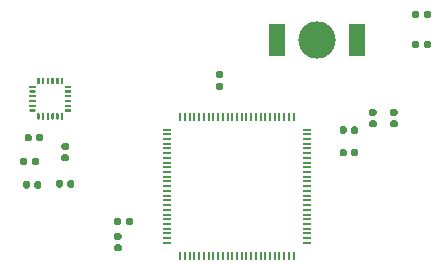
<source format=gtp>
%TF.GenerationSoftware,KiCad,Pcbnew,(5.1.6)-1*%
%TF.CreationDate,2021-04-15T17:49:08-07:00*%
%TF.ProjectId,scum3c-devboard,7363756d-3363-42d6-9465-76626f617264,rev?*%
%TF.SameCoordinates,Original*%
%TF.FileFunction,Paste,Top*%
%TF.FilePolarity,Positive*%
%FSLAX46Y46*%
G04 Gerber Fmt 4.6, Leading zero omitted, Abs format (unit mm)*
G04 Created by KiCad (PCBNEW (5.1.6)-1) date 2021-04-15 17:49:08*
%MOMM*%
%LPD*%
G01*
G04 APERTURE LIST*
%ADD10R,1.397000X2.794000*%
%ADD11C,3.175000*%
%ADD12O,0.800000X0.200000*%
%ADD13O,0.200000X0.800000*%
G04 APERTURE END LIST*
D10*
%TO.C,BT1*%
X127444500Y-78105000D03*
X134175500Y-78105000D03*
D11*
X130810000Y-78105000D03*
%TD*%
%TO.C,C1*%
G36*
G01*
X114235000Y-93272500D02*
X114235000Y-93617500D01*
G75*
G02*
X114087500Y-93765000I-147500J0D01*
G01*
X113792500Y-93765000D01*
G75*
G02*
X113645000Y-93617500I0J147500D01*
G01*
X113645000Y-93272500D01*
G75*
G02*
X113792500Y-93125000I147500J0D01*
G01*
X114087500Y-93125000D01*
G75*
G02*
X114235000Y-93272500I0J-147500D01*
G01*
G37*
G36*
G01*
X115205000Y-93272500D02*
X115205000Y-93617500D01*
G75*
G02*
X115057500Y-93765000I-147500J0D01*
G01*
X114762500Y-93765000D01*
G75*
G02*
X114615000Y-93617500I0J147500D01*
G01*
X114615000Y-93272500D01*
G75*
G02*
X114762500Y-93125000I147500J0D01*
G01*
X115057500Y-93125000D01*
G75*
G02*
X115205000Y-93272500I0J-147500D01*
G01*
G37*
%TD*%
%TO.C,U9AB1*%
G36*
G01*
X107275000Y-81830000D02*
X107175000Y-81830000D01*
G75*
G02*
X107125000Y-81780000I0J50000D01*
G01*
X107125000Y-81330000D01*
G75*
G02*
X107175000Y-81280000I50000J0D01*
G01*
X107275000Y-81280000D01*
G75*
G02*
X107325000Y-81330000I0J-50000D01*
G01*
X107325000Y-81780000D01*
G75*
G02*
X107275000Y-81830000I-50000J0D01*
G01*
G37*
G36*
G01*
X107675000Y-81830000D02*
X107575000Y-81830000D01*
G75*
G02*
X107525000Y-81780000I0J50000D01*
G01*
X107525000Y-81330000D01*
G75*
G02*
X107575000Y-81280000I50000J0D01*
G01*
X107675000Y-81280000D01*
G75*
G02*
X107725000Y-81330000I0J-50000D01*
G01*
X107725000Y-81780000D01*
G75*
G02*
X107675000Y-81830000I-50000J0D01*
G01*
G37*
G36*
G01*
X108075000Y-81830000D02*
X107975000Y-81830000D01*
G75*
G02*
X107925000Y-81780000I0J50000D01*
G01*
X107925000Y-81330000D01*
G75*
G02*
X107975000Y-81280000I50000J0D01*
G01*
X108075000Y-81280000D01*
G75*
G02*
X108125000Y-81330000I0J-50000D01*
G01*
X108125000Y-81780000D01*
G75*
G02*
X108075000Y-81830000I-50000J0D01*
G01*
G37*
G36*
G01*
X108475000Y-81830000D02*
X108375000Y-81830000D01*
G75*
G02*
X108325000Y-81780000I0J50000D01*
G01*
X108325000Y-81330000D01*
G75*
G02*
X108375000Y-81280000I50000J0D01*
G01*
X108475000Y-81280000D01*
G75*
G02*
X108525000Y-81330000I0J-50000D01*
G01*
X108525000Y-81780000D01*
G75*
G02*
X108475000Y-81830000I-50000J0D01*
G01*
G37*
G36*
G01*
X108875000Y-81830000D02*
X108775000Y-81830000D01*
G75*
G02*
X108725000Y-81780000I0J50000D01*
G01*
X108725000Y-81330000D01*
G75*
G02*
X108775000Y-81280000I50000J0D01*
G01*
X108875000Y-81280000D01*
G75*
G02*
X108925000Y-81330000I0J-50000D01*
G01*
X108925000Y-81780000D01*
G75*
G02*
X108875000Y-81830000I-50000J0D01*
G01*
G37*
G36*
G01*
X109275000Y-81830000D02*
X109175000Y-81830000D01*
G75*
G02*
X109125000Y-81780000I0J50000D01*
G01*
X109125000Y-81330000D01*
G75*
G02*
X109175000Y-81280000I50000J0D01*
G01*
X109275000Y-81280000D01*
G75*
G02*
X109325000Y-81330000I0J-50000D01*
G01*
X109325000Y-81780000D01*
G75*
G02*
X109275000Y-81830000I-50000J0D01*
G01*
G37*
G36*
G01*
X109450000Y-82105000D02*
X109450000Y-82005000D01*
G75*
G02*
X109500000Y-81955000I50000J0D01*
G01*
X109950000Y-81955000D01*
G75*
G02*
X110000000Y-82005000I0J-50000D01*
G01*
X110000000Y-82105000D01*
G75*
G02*
X109950000Y-82155000I-50000J0D01*
G01*
X109500000Y-82155000D01*
G75*
G02*
X109450000Y-82105000I0J50000D01*
G01*
G37*
G36*
G01*
X109450000Y-82505000D02*
X109450000Y-82405000D01*
G75*
G02*
X109500000Y-82355000I50000J0D01*
G01*
X109950000Y-82355000D01*
G75*
G02*
X110000000Y-82405000I0J-50000D01*
G01*
X110000000Y-82505000D01*
G75*
G02*
X109950000Y-82555000I-50000J0D01*
G01*
X109500000Y-82555000D01*
G75*
G02*
X109450000Y-82505000I0J50000D01*
G01*
G37*
G36*
G01*
X109450000Y-82905000D02*
X109450000Y-82805000D01*
G75*
G02*
X109500000Y-82755000I50000J0D01*
G01*
X109950000Y-82755000D01*
G75*
G02*
X110000000Y-82805000I0J-50000D01*
G01*
X110000000Y-82905000D01*
G75*
G02*
X109950000Y-82955000I-50000J0D01*
G01*
X109500000Y-82955000D01*
G75*
G02*
X109450000Y-82905000I0J50000D01*
G01*
G37*
G36*
G01*
X109450000Y-83305000D02*
X109450000Y-83205000D01*
G75*
G02*
X109500000Y-83155000I50000J0D01*
G01*
X109950000Y-83155000D01*
G75*
G02*
X110000000Y-83205000I0J-50000D01*
G01*
X110000000Y-83305000D01*
G75*
G02*
X109950000Y-83355000I-50000J0D01*
G01*
X109500000Y-83355000D01*
G75*
G02*
X109450000Y-83305000I0J50000D01*
G01*
G37*
G36*
G01*
X109450000Y-83705000D02*
X109450000Y-83605000D01*
G75*
G02*
X109500000Y-83555000I50000J0D01*
G01*
X109950000Y-83555000D01*
G75*
G02*
X110000000Y-83605000I0J-50000D01*
G01*
X110000000Y-83705000D01*
G75*
G02*
X109950000Y-83755000I-50000J0D01*
G01*
X109500000Y-83755000D01*
G75*
G02*
X109450000Y-83705000I0J50000D01*
G01*
G37*
G36*
G01*
X109450000Y-84105000D02*
X109450000Y-84005000D01*
G75*
G02*
X109500000Y-83955000I50000J0D01*
G01*
X109950000Y-83955000D01*
G75*
G02*
X110000000Y-84005000I0J-50000D01*
G01*
X110000000Y-84105000D01*
G75*
G02*
X109950000Y-84155000I-50000J0D01*
G01*
X109500000Y-84155000D01*
G75*
G02*
X109450000Y-84105000I0J50000D01*
G01*
G37*
G36*
G01*
X109275000Y-84830000D02*
X109175000Y-84830000D01*
G75*
G02*
X109125000Y-84780000I0J50000D01*
G01*
X109125000Y-84330000D01*
G75*
G02*
X109175000Y-84280000I50000J0D01*
G01*
X109275000Y-84280000D01*
G75*
G02*
X109325000Y-84330000I0J-50000D01*
G01*
X109325000Y-84780000D01*
G75*
G02*
X109275000Y-84830000I-50000J0D01*
G01*
G37*
G36*
G01*
X108875000Y-84830000D02*
X108775000Y-84830000D01*
G75*
G02*
X108725000Y-84780000I0J50000D01*
G01*
X108725000Y-84330000D01*
G75*
G02*
X108775000Y-84280000I50000J0D01*
G01*
X108875000Y-84280000D01*
G75*
G02*
X108925000Y-84330000I0J-50000D01*
G01*
X108925000Y-84780000D01*
G75*
G02*
X108875000Y-84830000I-50000J0D01*
G01*
G37*
G36*
G01*
X108475000Y-84830000D02*
X108375000Y-84830000D01*
G75*
G02*
X108325000Y-84780000I0J50000D01*
G01*
X108325000Y-84330000D01*
G75*
G02*
X108375000Y-84280000I50000J0D01*
G01*
X108475000Y-84280000D01*
G75*
G02*
X108525000Y-84330000I0J-50000D01*
G01*
X108525000Y-84780000D01*
G75*
G02*
X108475000Y-84830000I-50000J0D01*
G01*
G37*
G36*
G01*
X108075000Y-84830000D02*
X107975000Y-84830000D01*
G75*
G02*
X107925000Y-84780000I0J50000D01*
G01*
X107925000Y-84330000D01*
G75*
G02*
X107975000Y-84280000I50000J0D01*
G01*
X108075000Y-84280000D01*
G75*
G02*
X108125000Y-84330000I0J-50000D01*
G01*
X108125000Y-84780000D01*
G75*
G02*
X108075000Y-84830000I-50000J0D01*
G01*
G37*
G36*
G01*
X107675000Y-84830000D02*
X107575000Y-84830000D01*
G75*
G02*
X107525000Y-84780000I0J50000D01*
G01*
X107525000Y-84330000D01*
G75*
G02*
X107575000Y-84280000I50000J0D01*
G01*
X107675000Y-84280000D01*
G75*
G02*
X107725000Y-84330000I0J-50000D01*
G01*
X107725000Y-84780000D01*
G75*
G02*
X107675000Y-84830000I-50000J0D01*
G01*
G37*
G36*
G01*
X107275000Y-84830000D02*
X107175000Y-84830000D01*
G75*
G02*
X107125000Y-84780000I0J50000D01*
G01*
X107125000Y-84330000D01*
G75*
G02*
X107175000Y-84280000I50000J0D01*
G01*
X107275000Y-84280000D01*
G75*
G02*
X107325000Y-84330000I0J-50000D01*
G01*
X107325000Y-84780000D01*
G75*
G02*
X107275000Y-84830000I-50000J0D01*
G01*
G37*
G36*
G01*
X106450000Y-84105000D02*
X106450000Y-84005000D01*
G75*
G02*
X106500000Y-83955000I50000J0D01*
G01*
X106950000Y-83955000D01*
G75*
G02*
X107000000Y-84005000I0J-50000D01*
G01*
X107000000Y-84105000D01*
G75*
G02*
X106950000Y-84155000I-50000J0D01*
G01*
X106500000Y-84155000D01*
G75*
G02*
X106450000Y-84105000I0J50000D01*
G01*
G37*
G36*
G01*
X106450000Y-83705000D02*
X106450000Y-83605000D01*
G75*
G02*
X106500000Y-83555000I50000J0D01*
G01*
X106950000Y-83555000D01*
G75*
G02*
X107000000Y-83605000I0J-50000D01*
G01*
X107000000Y-83705000D01*
G75*
G02*
X106950000Y-83755000I-50000J0D01*
G01*
X106500000Y-83755000D01*
G75*
G02*
X106450000Y-83705000I0J50000D01*
G01*
G37*
G36*
G01*
X106450000Y-83305000D02*
X106450000Y-83205000D01*
G75*
G02*
X106500000Y-83155000I50000J0D01*
G01*
X106950000Y-83155000D01*
G75*
G02*
X107000000Y-83205000I0J-50000D01*
G01*
X107000000Y-83305000D01*
G75*
G02*
X106950000Y-83355000I-50000J0D01*
G01*
X106500000Y-83355000D01*
G75*
G02*
X106450000Y-83305000I0J50000D01*
G01*
G37*
G36*
G01*
X106450000Y-82905000D02*
X106450000Y-82805000D01*
G75*
G02*
X106500000Y-82755000I50000J0D01*
G01*
X106950000Y-82755000D01*
G75*
G02*
X107000000Y-82805000I0J-50000D01*
G01*
X107000000Y-82905000D01*
G75*
G02*
X106950000Y-82955000I-50000J0D01*
G01*
X106500000Y-82955000D01*
G75*
G02*
X106450000Y-82905000I0J50000D01*
G01*
G37*
G36*
G01*
X106450000Y-82505000D02*
X106450000Y-82405000D01*
G75*
G02*
X106500000Y-82355000I50000J0D01*
G01*
X106950000Y-82355000D01*
G75*
G02*
X107000000Y-82405000I0J-50000D01*
G01*
X107000000Y-82505000D01*
G75*
G02*
X106950000Y-82555000I-50000J0D01*
G01*
X106500000Y-82555000D01*
G75*
G02*
X106450000Y-82505000I0J50000D01*
G01*
G37*
G36*
G01*
X106450000Y-82105000D02*
X106450000Y-82005000D01*
G75*
G02*
X106500000Y-81955000I50000J0D01*
G01*
X106950000Y-81955000D01*
G75*
G02*
X107000000Y-82005000I0J-50000D01*
G01*
X107000000Y-82105000D01*
G75*
G02*
X106950000Y-82155000I-50000J0D01*
G01*
X106500000Y-82155000D01*
G75*
G02*
X106450000Y-82105000I0J50000D01*
G01*
G37*
%TD*%
D12*
%TO.C,U8*%
X118133750Y-85668750D03*
X118133750Y-86068750D03*
X118133750Y-86468750D03*
X118133750Y-86868750D03*
X118133750Y-87268750D03*
X118133750Y-87668750D03*
X118133750Y-88068750D03*
X118133750Y-88468750D03*
X118133750Y-88868750D03*
X118133750Y-89268750D03*
X118133750Y-89668750D03*
X118133750Y-90068750D03*
X118133750Y-90468750D03*
X118133750Y-90868750D03*
X118133750Y-91268750D03*
X118133750Y-91668750D03*
X118133750Y-92068750D03*
X118133750Y-92468750D03*
X118133750Y-92868750D03*
X118133750Y-93268750D03*
X118133750Y-93668750D03*
X118133750Y-94068750D03*
X118133750Y-94468750D03*
X118133750Y-94868750D03*
X118133750Y-95268750D03*
D13*
X119233750Y-96368750D03*
X119633750Y-96368750D03*
X120033750Y-96368750D03*
X120433750Y-96368750D03*
X120833750Y-96368750D03*
X121233750Y-96368750D03*
X121633750Y-96368750D03*
X122033750Y-96368750D03*
X122433750Y-96368750D03*
X122833750Y-96368750D03*
X123233750Y-96368750D03*
X123633750Y-96368750D03*
X124033750Y-96368750D03*
X124433750Y-96368750D03*
X124833750Y-96368750D03*
X125233750Y-96368750D03*
X125633750Y-96368750D03*
X126033750Y-96368750D03*
X126433750Y-96368750D03*
X126833750Y-96368750D03*
X127233750Y-96368750D03*
X127633750Y-96368750D03*
X128033750Y-96368750D03*
X128433750Y-96368750D03*
X128833750Y-96368750D03*
D12*
X129933750Y-95268750D03*
X129933750Y-94868750D03*
X129933750Y-94468750D03*
X129933750Y-94068750D03*
X129933750Y-93668750D03*
X129933750Y-93268750D03*
X129933750Y-92868750D03*
X129933750Y-92468750D03*
X129933750Y-92068750D03*
X129933750Y-91668750D03*
X129933750Y-91268750D03*
X129933750Y-90868750D03*
X129933750Y-90468750D03*
X129933750Y-90068750D03*
X129933750Y-89668750D03*
X129933750Y-89268750D03*
X129933750Y-88868750D03*
X129933750Y-88468750D03*
X129933750Y-88068750D03*
X129933750Y-87668750D03*
X129933750Y-87268750D03*
X129933750Y-86868750D03*
X129933750Y-86468750D03*
X129933750Y-86068750D03*
X129933750Y-85668750D03*
D13*
X128833750Y-84568750D03*
X128433750Y-84568750D03*
X128033750Y-84568750D03*
X127633750Y-84568750D03*
X127233750Y-84568750D03*
X126833750Y-84568750D03*
X126433750Y-84568750D03*
X126033750Y-84568750D03*
X125633750Y-84568750D03*
X125233750Y-84568750D03*
X124833750Y-84568750D03*
X124433750Y-84568750D03*
X124033750Y-84568750D03*
X123633750Y-84568750D03*
X123233750Y-84568750D03*
X122833750Y-84568750D03*
X122433750Y-84568750D03*
X122033750Y-84568750D03*
X121633750Y-84568750D03*
X121233750Y-84568750D03*
X120833750Y-84568750D03*
X120433750Y-84568750D03*
X120033750Y-84568750D03*
X119633750Y-84568750D03*
X119233750Y-84568750D03*
%TD*%
%TO.C,C25*%
G36*
G01*
X109322500Y-86800000D02*
X109667500Y-86800000D01*
G75*
G02*
X109815000Y-86947500I0J-147500D01*
G01*
X109815000Y-87242500D01*
G75*
G02*
X109667500Y-87390000I-147500J0D01*
G01*
X109322500Y-87390000D01*
G75*
G02*
X109175000Y-87242500I0J147500D01*
G01*
X109175000Y-86947500D01*
G75*
G02*
X109322500Y-86800000I147500J0D01*
G01*
G37*
G36*
G01*
X109322500Y-87770000D02*
X109667500Y-87770000D01*
G75*
G02*
X109815000Y-87917500I0J-147500D01*
G01*
X109815000Y-88212500D01*
G75*
G02*
X109667500Y-88360000I-147500J0D01*
G01*
X109322500Y-88360000D01*
G75*
G02*
X109175000Y-88212500I0J147500D01*
G01*
X109175000Y-87917500D01*
G75*
G02*
X109322500Y-87770000I147500J0D01*
G01*
G37*
%TD*%
%TO.C,C26*%
G36*
G01*
X110275000Y-90097500D02*
X110275000Y-90442500D01*
G75*
G02*
X110127500Y-90590000I-147500J0D01*
G01*
X109832500Y-90590000D01*
G75*
G02*
X109685000Y-90442500I0J147500D01*
G01*
X109685000Y-90097500D01*
G75*
G02*
X109832500Y-89950000I147500J0D01*
G01*
X110127500Y-89950000D01*
G75*
G02*
X110275000Y-90097500I0J-147500D01*
G01*
G37*
G36*
G01*
X109305000Y-90097500D02*
X109305000Y-90442500D01*
G75*
G02*
X109157500Y-90590000I-147500J0D01*
G01*
X108862500Y-90590000D01*
G75*
G02*
X108715000Y-90442500I0J147500D01*
G01*
X108715000Y-90097500D01*
G75*
G02*
X108862500Y-89950000I147500J0D01*
G01*
X109157500Y-89950000D01*
G75*
G02*
X109305000Y-90097500I0J-147500D01*
G01*
G37*
%TD*%
%TO.C,C27*%
G36*
G01*
X107610000Y-86187500D02*
X107610000Y-86532500D01*
G75*
G02*
X107462500Y-86680000I-147500J0D01*
G01*
X107167500Y-86680000D01*
G75*
G02*
X107020000Y-86532500I0J147500D01*
G01*
X107020000Y-86187500D01*
G75*
G02*
X107167500Y-86040000I147500J0D01*
G01*
X107462500Y-86040000D01*
G75*
G02*
X107610000Y-86187500I0J-147500D01*
G01*
G37*
G36*
G01*
X106640000Y-86187500D02*
X106640000Y-86532500D01*
G75*
G02*
X106492500Y-86680000I-147500J0D01*
G01*
X106197500Y-86680000D01*
G75*
G02*
X106050000Y-86532500I0J147500D01*
G01*
X106050000Y-86187500D01*
G75*
G02*
X106197500Y-86040000I147500J0D01*
G01*
X106492500Y-86040000D01*
G75*
G02*
X106640000Y-86187500I0J-147500D01*
G01*
G37*
%TD*%
%TO.C,R13*%
G36*
G01*
X133690000Y-85897500D02*
X133690000Y-85552500D01*
G75*
G02*
X133837500Y-85405000I147500J0D01*
G01*
X134132500Y-85405000D01*
G75*
G02*
X134280000Y-85552500I0J-147500D01*
G01*
X134280000Y-85897500D01*
G75*
G02*
X134132500Y-86045000I-147500J0D01*
G01*
X133837500Y-86045000D01*
G75*
G02*
X133690000Y-85897500I0J147500D01*
G01*
G37*
G36*
G01*
X132720000Y-85897500D02*
X132720000Y-85552500D01*
G75*
G02*
X132867500Y-85405000I147500J0D01*
G01*
X133162500Y-85405000D01*
G75*
G02*
X133310000Y-85552500I0J-147500D01*
G01*
X133310000Y-85897500D01*
G75*
G02*
X133162500Y-86045000I-147500J0D01*
G01*
X132867500Y-86045000D01*
G75*
G02*
X132720000Y-85897500I0J147500D01*
G01*
G37*
%TD*%
%TO.C,C24*%
G36*
G01*
X122727500Y-82310000D02*
X122382500Y-82310000D01*
G75*
G02*
X122235000Y-82162500I0J147500D01*
G01*
X122235000Y-81867500D01*
G75*
G02*
X122382500Y-81720000I147500J0D01*
G01*
X122727500Y-81720000D01*
G75*
G02*
X122875000Y-81867500I0J-147500D01*
G01*
X122875000Y-82162500D01*
G75*
G02*
X122727500Y-82310000I-147500J0D01*
G01*
G37*
G36*
G01*
X122727500Y-81340000D02*
X122382500Y-81340000D01*
G75*
G02*
X122235000Y-81192500I0J147500D01*
G01*
X122235000Y-80897500D01*
G75*
G02*
X122382500Y-80750000I147500J0D01*
G01*
X122727500Y-80750000D01*
G75*
G02*
X122875000Y-80897500I0J-147500D01*
G01*
X122875000Y-81192500D01*
G75*
G02*
X122727500Y-81340000I-147500J0D01*
G01*
G37*
%TD*%
%TO.C,C14*%
G36*
G01*
X138870000Y-76097500D02*
X138870000Y-75752500D01*
G75*
G02*
X139017500Y-75605000I147500J0D01*
G01*
X139312500Y-75605000D01*
G75*
G02*
X139460000Y-75752500I0J-147500D01*
G01*
X139460000Y-76097500D01*
G75*
G02*
X139312500Y-76245000I-147500J0D01*
G01*
X139017500Y-76245000D01*
G75*
G02*
X138870000Y-76097500I0J147500D01*
G01*
G37*
G36*
G01*
X139840000Y-76097500D02*
X139840000Y-75752500D01*
G75*
G02*
X139987500Y-75605000I147500J0D01*
G01*
X140282500Y-75605000D01*
G75*
G02*
X140430000Y-75752500I0J-147500D01*
G01*
X140430000Y-76097500D01*
G75*
G02*
X140282500Y-76245000I-147500J0D01*
G01*
X139987500Y-76245000D01*
G75*
G02*
X139840000Y-76097500I0J147500D01*
G01*
G37*
%TD*%
%TO.C,C15*%
G36*
G01*
X138870000Y-78637500D02*
X138870000Y-78292500D01*
G75*
G02*
X139017500Y-78145000I147500J0D01*
G01*
X139312500Y-78145000D01*
G75*
G02*
X139460000Y-78292500I0J-147500D01*
G01*
X139460000Y-78637500D01*
G75*
G02*
X139312500Y-78785000I-147500J0D01*
G01*
X139017500Y-78785000D01*
G75*
G02*
X138870000Y-78637500I0J147500D01*
G01*
G37*
G36*
G01*
X139840000Y-78637500D02*
X139840000Y-78292500D01*
G75*
G02*
X139987500Y-78145000I147500J0D01*
G01*
X140282500Y-78145000D01*
G75*
G02*
X140430000Y-78292500I0J-147500D01*
G01*
X140430000Y-78637500D01*
G75*
G02*
X140282500Y-78785000I-147500J0D01*
G01*
X139987500Y-78785000D01*
G75*
G02*
X139840000Y-78637500I0J147500D01*
G01*
G37*
%TD*%
%TO.C,C16*%
G36*
G01*
X106660000Y-88537500D02*
X106660000Y-88192500D01*
G75*
G02*
X106807500Y-88045000I147500J0D01*
G01*
X107102500Y-88045000D01*
G75*
G02*
X107250000Y-88192500I0J-147500D01*
G01*
X107250000Y-88537500D01*
G75*
G02*
X107102500Y-88685000I-147500J0D01*
G01*
X106807500Y-88685000D01*
G75*
G02*
X106660000Y-88537500I0J147500D01*
G01*
G37*
G36*
G01*
X105690000Y-88537500D02*
X105690000Y-88192500D01*
G75*
G02*
X105837500Y-88045000I147500J0D01*
G01*
X106132500Y-88045000D01*
G75*
G02*
X106280000Y-88192500I0J-147500D01*
G01*
X106280000Y-88537500D01*
G75*
G02*
X106132500Y-88685000I-147500J0D01*
G01*
X105837500Y-88685000D01*
G75*
G02*
X105690000Y-88537500I0J147500D01*
G01*
G37*
%TD*%
%TO.C,C17*%
G36*
G01*
X105921000Y-90529500D02*
X105921000Y-90184500D01*
G75*
G02*
X106068500Y-90037000I147500J0D01*
G01*
X106363500Y-90037000D01*
G75*
G02*
X106511000Y-90184500I0J-147500D01*
G01*
X106511000Y-90529500D01*
G75*
G02*
X106363500Y-90677000I-147500J0D01*
G01*
X106068500Y-90677000D01*
G75*
G02*
X105921000Y-90529500I0J147500D01*
G01*
G37*
G36*
G01*
X106891000Y-90529500D02*
X106891000Y-90184500D01*
G75*
G02*
X107038500Y-90037000I147500J0D01*
G01*
X107333500Y-90037000D01*
G75*
G02*
X107481000Y-90184500I0J-147500D01*
G01*
X107481000Y-90529500D01*
G75*
G02*
X107333500Y-90677000I-147500J0D01*
G01*
X107038500Y-90677000D01*
G75*
G02*
X106891000Y-90529500I0J147500D01*
G01*
G37*
%TD*%
%TO.C,C18*%
G36*
G01*
X137480500Y-84515000D02*
X137135500Y-84515000D01*
G75*
G02*
X136988000Y-84367500I0J147500D01*
G01*
X136988000Y-84072500D01*
G75*
G02*
X137135500Y-83925000I147500J0D01*
G01*
X137480500Y-83925000D01*
G75*
G02*
X137628000Y-84072500I0J-147500D01*
G01*
X137628000Y-84367500D01*
G75*
G02*
X137480500Y-84515000I-147500J0D01*
G01*
G37*
G36*
G01*
X137480500Y-85485000D02*
X137135500Y-85485000D01*
G75*
G02*
X136988000Y-85337500I0J147500D01*
G01*
X136988000Y-85042500D01*
G75*
G02*
X137135500Y-84895000I147500J0D01*
G01*
X137480500Y-84895000D01*
G75*
G02*
X137628000Y-85042500I0J-147500D01*
G01*
X137628000Y-85337500D01*
G75*
G02*
X137480500Y-85485000I-147500J0D01*
G01*
G37*
%TD*%
%TO.C,C19*%
G36*
G01*
X135702500Y-85485000D02*
X135357500Y-85485000D01*
G75*
G02*
X135210000Y-85337500I0J147500D01*
G01*
X135210000Y-85042500D01*
G75*
G02*
X135357500Y-84895000I147500J0D01*
G01*
X135702500Y-84895000D01*
G75*
G02*
X135850000Y-85042500I0J-147500D01*
G01*
X135850000Y-85337500D01*
G75*
G02*
X135702500Y-85485000I-147500J0D01*
G01*
G37*
G36*
G01*
X135702500Y-84515000D02*
X135357500Y-84515000D01*
G75*
G02*
X135210000Y-84367500I0J147500D01*
G01*
X135210000Y-84072500D01*
G75*
G02*
X135357500Y-83925000I147500J0D01*
G01*
X135702500Y-83925000D01*
G75*
G02*
X135850000Y-84072500I0J-147500D01*
G01*
X135850000Y-84367500D01*
G75*
G02*
X135702500Y-84515000I-147500J0D01*
G01*
G37*
%TD*%
%TO.C,C20*%
G36*
G01*
X133310000Y-87457500D02*
X133310000Y-87802500D01*
G75*
G02*
X133162500Y-87950000I-147500J0D01*
G01*
X132867500Y-87950000D01*
G75*
G02*
X132720000Y-87802500I0J147500D01*
G01*
X132720000Y-87457500D01*
G75*
G02*
X132867500Y-87310000I147500J0D01*
G01*
X133162500Y-87310000D01*
G75*
G02*
X133310000Y-87457500I0J-147500D01*
G01*
G37*
G36*
G01*
X134280000Y-87457500D02*
X134280000Y-87802500D01*
G75*
G02*
X134132500Y-87950000I-147500J0D01*
G01*
X133837500Y-87950000D01*
G75*
G02*
X133690000Y-87802500I0J147500D01*
G01*
X133690000Y-87457500D01*
G75*
G02*
X133837500Y-87310000I147500J0D01*
G01*
X134132500Y-87310000D01*
G75*
G02*
X134280000Y-87457500I0J-147500D01*
G01*
G37*
%TD*%
%TO.C,C22*%
G36*
G01*
X113767500Y-94420000D02*
X114112500Y-94420000D01*
G75*
G02*
X114260000Y-94567500I0J-147500D01*
G01*
X114260000Y-94862500D01*
G75*
G02*
X114112500Y-95010000I-147500J0D01*
G01*
X113767500Y-95010000D01*
G75*
G02*
X113620000Y-94862500I0J147500D01*
G01*
X113620000Y-94567500D01*
G75*
G02*
X113767500Y-94420000I147500J0D01*
G01*
G37*
G36*
G01*
X113767500Y-95390000D02*
X114112500Y-95390000D01*
G75*
G02*
X114260000Y-95537500I0J-147500D01*
G01*
X114260000Y-95832500D01*
G75*
G02*
X114112500Y-95980000I-147500J0D01*
G01*
X113767500Y-95980000D01*
G75*
G02*
X113620000Y-95832500I0J147500D01*
G01*
X113620000Y-95537500D01*
G75*
G02*
X113767500Y-95390000I147500J0D01*
G01*
G37*
%TD*%
M02*

</source>
